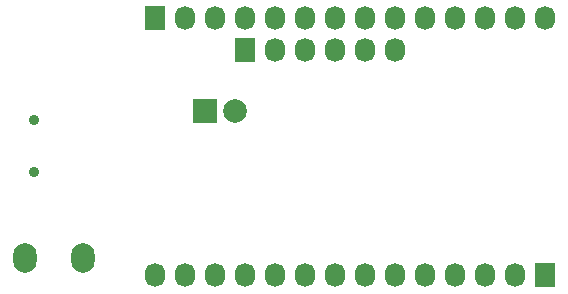
<source format=gbs>
%FSLAX34Y34*%
G04 Gerber Fmt 3.4, Leading zero omitted, Abs format*
G04 (created by PCBNEW (2014-03-19 BZR 4756)-product) date Čt 31. červenec 2014, 15:28:38 CEST*
%MOIN*%
G01*
G70*
G90*
G04 APERTURE LIST*
%ADD10C,0.005906*%
%ADD11C,0.035400*%
%ADD12R,0.078700X0.078700*%
%ADD13C,0.078700*%
%ADD14O,0.078700X0.098400*%
%ADD15R,0.068000X0.080000*%
%ADD16O,0.068000X0.080000*%
G04 APERTURE END LIST*
G54D10*
G54D11*
X48857Y-36022D03*
X48857Y-37754D03*
G54D12*
X54539Y-35731D03*
G54D13*
X55539Y-35731D03*
G54D14*
X48553Y-40631D03*
X50475Y-40631D03*
G54D15*
X55864Y-33681D03*
G54D16*
X56864Y-33681D03*
X57864Y-33681D03*
X58864Y-33681D03*
X59864Y-33681D03*
X60864Y-33681D03*
G54D15*
X52864Y-32631D03*
G54D16*
X53864Y-32631D03*
X54864Y-32631D03*
X55864Y-32631D03*
X56864Y-32631D03*
X57864Y-32631D03*
X58864Y-32631D03*
X59864Y-32631D03*
X60864Y-32631D03*
X61864Y-32631D03*
X62864Y-32631D03*
X63864Y-32631D03*
X64864Y-32631D03*
X65864Y-32631D03*
G54D15*
X65864Y-41181D03*
G54D16*
X64864Y-41181D03*
X63864Y-41181D03*
X62864Y-41181D03*
X61864Y-41181D03*
X60864Y-41181D03*
X59864Y-41181D03*
X58864Y-41181D03*
X57864Y-41181D03*
X56864Y-41181D03*
X55864Y-41181D03*
X54864Y-41181D03*
X53864Y-41181D03*
X52864Y-41181D03*
M02*

</source>
